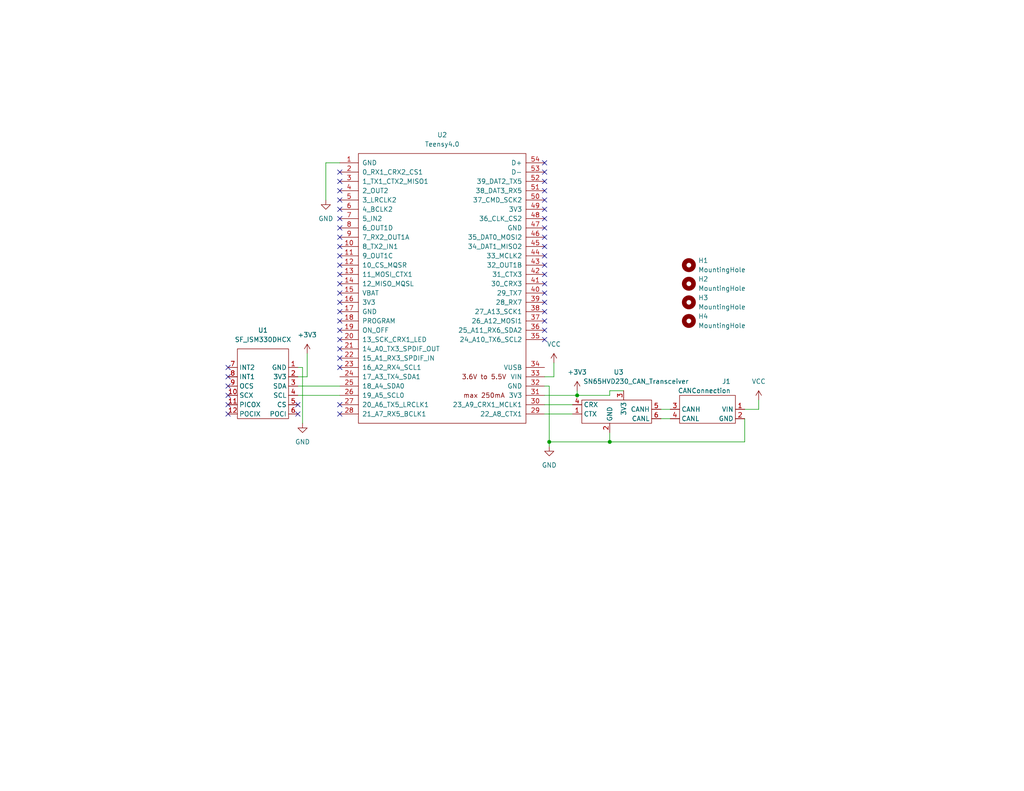
<source format=kicad_sch>
(kicad_sch (version 20211123) (generator eeschema)
  (paper "USLetter")
  (title_block (title "IMU Box") (date "2023-01-10") (rev "v1") (company "Sun Devil Motorsports - Data Acquisition"))
  (lib_symbols
    (symbol "Mechanical:MountingHole" (pin_names (offset 1.016))
      (property "Reference" "H" (at 0 5.08 0))
      (property "Value" "MountingHole" (at 0 3.175 0))
      (symbol "MountingHole_0_1"
        (circle (center 0 0) (radius 1.27) (stroke (width 1.27)))
      )
    )
    (symbol "SDM:CANConnection"
      (property "Reference" "J" (at 0 0 0))
      (property "Value" "CANConnection" (at 1.27 -2.54 0))
      (symbol "CANConnection_0_1"
        (rectangle (start -6.35 -1.27) (end 8.89 -8.89))
      )
      (symbol "CANConnection_1_1"
        (pin input line (at -8.89 -5.08 0) (length 2.54) (name "VIN") (number "1"))
        (pin input line (at -8.89 -7.62 0) (length 2.54) (name "GND") (number "2"))
        (pin input line (at 11.43 -5.08 180) (length 2.54) (name "CANH") (number "3"))
        (pin input line (at 11.43 -7.62 180) (length 2.54) (name "CANL") (number "4"))
      )
    )
    (symbol "SDM:SF_ISM330DHCX"
      (property "Reference" "U" (at 0 0 0))
      (property "Value" "SF_ISM330DHCX" (at 0 -2.54 0))
      (symbol "SF_ISM330DHCX_0_1"
        (rectangle (start -7.62 -1.27) (end 6.35 -20.32))
      )
      (symbol "SF_ISM330DHCX_1_1"
        (pin input line (at -10.16 -6.35 0) (length 2.54) (name "GND") (number "1"))
        (pin input line (at 8.89 -13.97 180) (length 2.54) (name "SCX") (number "10"))
        (pin input line (at 8.89 -16.51 180) (length 2.54) (name "PICOX") (number "11"))
        (pin input line (at 8.89 -19.05 180) (length 2.54) (name "POCIX") (number "12"))
        (pin input line (at -10.16 -8.89 0) (length 2.54) (name "3V3") (number "2"))
        (pin input line (at -10.16 -11.43 0) (length 2.54) (name "SDA") (number "3"))
        (pin input line (at -10.16 -13.97 0) (length 2.54) (name "SCL") (number "4"))
        (pin input line (at -10.16 -16.51 0) (length 2.54) (name "CS") (number "5"))
        (pin input line (at -10.16 -19.05 0) (length 2.54) (name "POCI") (number "6"))
        (pin input line (at 8.89 -6.35 180) (length 2.54) (name "INT2") (number "7"))
        (pin input line (at 8.89 -8.89 180) (length 2.54) (name "INT1") (number "8"))
        (pin input line (at 8.89 -11.43 180) (length 2.54) (name "OCS") (number "9"))
      )
    )
    (symbol "SDM:SN65HVD230_CAN_Transceiver"
      (property "Reference" "U" (at 0 2.54 0))
      (property "Value" "SN65HVD230_CAN_Transceiver" (at 13.97 0 0))
      (symbol "SN65HVD230_CAN_Transceiver_0_1"
        (rectangle (start -8.89 -6.35) (end 10.16 -12.7))
      )
      (symbol "SN65HVD230_CAN_Transceiver_1_1"
        (pin input line (at 12.7 -10.16 180) (length 2.54) (name "CTX") (number "1"))
        (pin input line (at 2.54 -15.24 90) (length 2.54) (name "GND") (number "2"))
        (pin input line (at -1.27 -3.81 270) (length 2.54) (name "3V3") (number "3"))
        (pin input line (at 12.7 -7.62 180) (length 2.54) (name "CRX") (number "4"))
        (pin input line (at -11.43 -8.89 0) (length 2.54) (name "CANH") (number "5"))
        (pin input line (at -11.43 -11.43 0) (length 2.54) (name "CANL") (number "6"))
      )
    )
    (symbol "Teensy:Teensy4.0" (pin_names (offset 1.016))
      (property "Reference" "U" (at 0 39.37 0))
      (property "Value" "Teensy4.0" (at 0 -39.37 0))
      (symbol "Teensy4.0_0_0"
        (text "3.6V to 5.5V" (at 11.43 -24.13 0) (effects (font (size 1.27 1.27))))
        (text "max 250mA" (at 11.43 -29.21 0) (effects (font (size 1.27 1.27))))
        (pin bidirectional line (at -27.94 11.43 0) (length 5.08) (name "8_TX2_IN1") (number "10"))
        (pin bidirectional line (at -27.94 8.89 0) (length 5.08) (name "9_OUT1C") (number "11"))
        (pin bidirectional line (at -27.94 6.35 0) (length 5.08) (name "10_CS_MQSR") (number "12"))
        (pin bidirectional line (at -27.94 3.81 0) (length 5.08) (name "11_MOSI_CTX1") (number "13"))
        (pin bidirectional line (at -27.94 1.27 0) (length 5.08) (name "12_MISO_MQSL") (number "14"))
        (pin power_in line (at -27.94 -1.27 0) (length 5.08) (name "VBAT") (number "15"))
        (pin power_in line (at -27.94 -3.81 0) (length 5.08) (name "3V3") (number "16"))
        (pin power_in line (at -27.94 -6.35 0) (length 5.08) (name "GND") (number "17"))
        (pin input line (at -27.94 -8.89 0) (length 5.08) (name "PROGRAM") (number "18"))
        (pin input line (at -27.94 -11.43 0) (length 5.08) (name "ON_OFF") (number "19"))
        (pin bidirectional line (at -27.94 -13.97 0) (length 5.08) (name "13_SCK_CRX1_LED") (number "20"))
        (pin bidirectional line (at -27.94 -16.51 0) (length 5.08) (name "14_A0_TX3_SPDIF_OUT") (number "21"))
        (pin bidirectional line (at -27.94 -19.05 0) (length 5.08) (name "15_A1_RX3_SPDIF_IN") (number "22"))
        (pin bidirectional line (at -27.94 -21.59 0) (length 5.08) (name "16_A2_RX4_SCL1") (number "23"))
        (pin bidirectional line (at -27.94 -24.13 0) (length 5.08) (name "17_A3_TX4_SDA1") (number "24"))
        (pin bidirectional line (at -27.94 -26.67 0) (length 5.08) (name "18_A4_SDA0") (number "25"))
        (pin bidirectional line (at -27.94 -29.21 0) (length 5.08) (name "19_A5_SCL0") (number "26"))
        (pin bidirectional line (at -27.94 -31.75 0) (length 5.08) (name "20_A6_TX5_LRCLK1") (number "27"))
        (pin bidirectional line (at -27.94 -34.29 0) (length 5.08) (name "21_A7_RX5_BCLK1") (number "28"))
        (pin bidirectional line (at 27.94 -34.29 180) (length 5.08) (name "22_A8_CTX1") (number "29"))
        (pin bidirectional line (at 27.94 -31.75 180) (length 5.08) (name "23_A9_CRX1_MCLK1") (number "30"))
        (pin power_out line (at 27.94 -29.21 180) (length 5.08) (name "3V3") (number "31"))
        (pin power_in line (at 27.94 -26.67 180) (length 5.08) (name "GND") (number "32"))
        (pin power_in line (at 27.94 -24.13 180) (length 5.08) (name "VIN") (number "33"))
        (pin power_out line (at 27.94 -21.59 180) (length 5.08) (name "VUSB") (number "34"))
        (pin bidirectional line (at 27.94 -13.97 180) (length 5.08) (name "24_A10_TX6_SCL2") (number "35"))
        (pin bidirectional line (at 27.94 -11.43 180) (length 5.08) (name "25_A11_RX6_SDA2") (number "36"))
        (pin bidirectional line (at 27.94 -8.89 180) (length 5.08) (name "26_A12_MOSI1") (number "37"))
        (pin bidirectional line (at 27.94 -6.35 180) (length 5.08) (name "27_A13_SCK1") (number "38"))
        (pin bidirectional line (at 27.94 -3.81 180) (length 5.08) (name "28_RX7") (number "39"))
        (pin bidirectional line (at 27.94 -1.27 180) (length 5.08) (name "29_TX7") (number "40"))
        (pin bidirectional line (at 27.94 1.27 180) (length 5.08) (name "30_CRX3") (number "41"))
        (pin bidirectional line (at 27.94 3.81 180) (length 5.08) (name "31_CTX3") (number "42"))
        (pin bidirectional line (at 27.94 6.35 180) (length 5.08) (name "32_OUT1B") (number "43"))
        (pin bidirectional line (at 27.94 8.89 180) (length 5.08) (name "33_MCLK2") (number "44"))
        (pin bidirectional line (at 27.94 11.43 180) (length 5.08) (name "34_DAT1_MISO2") (number "45"))
        (pin bidirectional line (at 27.94 13.97 180) (length 5.08) (name "35_DAT0_MOSI2") (number "46"))
        (pin power_out line (at 27.94 16.51 180) (length 5.08) (name "GND") (number "47"))
        (pin bidirectional line (at 27.94 19.05 180) (length 5.08) (name "36_CLK_CS2") (number "48"))
        (pin power_out line (at 27.94 21.59 180) (length 5.08) (name "3V3") (number "49"))
        (pin bidirectional line (at -27.94 24.13 0) (length 5.08) (name "3_LRCLK2") (number "5"))
        (pin bidirectional line (at 27.94 24.13 180) (length 5.08) (name "37_CMD_SCK2") (number "50"))
        (pin bidirectional line (at 27.94 26.67 180) (length 5.08) (name "38_DAT3_RX5") (number "51"))
        (pin bidirectional line (at 27.94 29.21 180) (length 5.08) (name "39_DAT2_TX5") (number "52"))
        (pin bidirectional line (at 27.94 31.75 180) (length 5.08) (name "D-") (number "53"))
        (pin bidirectional line (at 27.94 34.29 180) (length 5.08) (name "D+") (number "54"))
        (pin bidirectional line (at -27.94 21.59 0) (length 5.08) (name "4_BCLK2") (number "6"))
        (pin bidirectional line (at -27.94 19.05 0) (length 5.08) (name "5_IN2") (number "7"))
        (pin bidirectional line (at -27.94 16.51 0) (length 5.08) (name "6_OUT1D") (number "8"))
        (pin bidirectional line (at -27.94 13.97 0) (length 5.08) (name "7_RX2_OUT1A") (number "9"))
      )
      (symbol "Teensy4.0_0_1"
        (rectangle (start -22.86 36.83) (end 22.86 -36.83))
        (rectangle (start -20.32 -31.75) (end -20.32 -31.75))
      )
      (symbol "Teensy4.0_1_1"
        (pin power_in line (at -27.94 34.29 0) (length 5.08) (name "GND") (number "1"))
        (pin bidirectional line (at -27.94 31.75 0) (length 5.08) (name "0_RX1_CRX2_CS1") (number "2"))
        (pin bidirectional line (at -27.94 29.21 0) (length 5.08) (name "1_TX1_CTX2_MISO1") (number "3"))
        (pin bidirectional line (at -27.94 26.67 0) (length 5.08) (name "2_OUT2") (number "4"))
      )
    )
    (symbol "power:+3V3" (power) (pin_names (offset 0))
      (property "Value" "+3V3" (at 0 3.556 0))
      (symbol "+3V3_0_1"
        (polyline (pts (xy -0.762 1.27) (xy 0 2.54)))
        (polyline (pts (xy 0 0) (xy 0 2.54)))
        (polyline (pts (xy 0 2.54) (xy 0.762 1.27)))
      )
      (symbol "+3V3_1_1"
        (pin power_in line (at 0 0 90) (length 0) hide (name "+3V3") (number "1"))
      )
    )
    (symbol "power:GND" (power) (pin_names (offset 0))
      (property "Value" "GND" (at 0 -3.81 0))
      (symbol "GND_0_1"
        (polyline (pts (xy 0 0) (xy 0 -1.27) (xy 1.27 -1.27) (xy 0 -2.54) (xy -1.27 -1.27) (xy 0 -1.27)))
      )
      (symbol "GND_1_1"
        (pin power_in line (at 0 0 270) (length 0) hide (name "GND") (number "1"))
      )
    )
    (symbol "power:VCC" (power) (pin_names (offset 0))
      (property "Value" "VCC" (at 0 3.81 0))
      (symbol "VCC_0_1"
        (polyline (pts (xy -0.762 1.27) (xy 0 2.54)))
        (polyline (pts (xy 0 0) (xy 0 2.54)))
        (polyline (pts (xy 0 2.54) (xy 0.762 1.27)))
      )
      (symbol "VCC_1_1"
        (pin power_in line (at 0 0 90) (length 0) hide (name "VCC") (number "1"))
      )
    )
  )
  (junction (at 149.86 120.65))
  (junction (at 157.48 107.95))
  (junction (at 166.37 120.65))
  (no_connect (at 62.23 110.49))
  (no_connect (at 81.28 113.03))
  (no_connect (at 148.59 57.15))
  (no_connect (at 148.59 92.71))
  (no_connect (at 92.71 113.03))
  (no_connect (at 148.59 72.39))
  (no_connect (at 148.59 52.07))
  (no_connect (at 148.59 46.99))
  (no_connect (at 148.59 69.85))
  (no_connect (at 148.59 87.63))
  (no_connect (at 148.59 62.23))
  (no_connect (at 92.71 49.53))
  (no_connect (at 62.23 107.95))
  (no_connect (at 81.28 110.49))
  (no_connect (at 148.59 82.55))
  (no_connect (at 148.59 44.45))
  (no_connect (at 62.23 102.87))
  (no_connect (at 92.71 46.99))
  (no_connect (at 148.59 80.01))
  (no_connect (at 92.71 110.49))
  (no_connect (at 148.59 85.09))
  (no_connect (at 148.59 67.31))
  (no_connect (at 148.59 77.47))
  (no_connect (at 92.71 52.07))
  (no_connect (at 92.71 54.61))
  (no_connect (at 92.71 95.25))
  (no_connect (at 92.71 97.79))
  (no_connect (at 92.71 92.71))
  (no_connect (at 92.71 90.17))
  (no_connect (at 92.71 82.55))
  (no_connect (at 92.71 87.63))
  (no_connect (at 92.71 85.09))
  (no_connect (at 92.71 100.33))
  (no_connect (at 92.71 64.77))
  (no_connect (at 92.71 57.15))
  (no_connect (at 92.71 62.23))
  (no_connect (at 92.71 67.31))
  (no_connect (at 92.71 59.69))
  (no_connect (at 92.71 80.01))
  (no_connect (at 92.71 77.47))
  (no_connect (at 92.71 72.39))
  (no_connect (at 92.71 69.85))
  (no_connect (at 92.71 74.93))
  (no_connect (at 148.59 64.77))
  (no_connect (at 148.59 59.69))
  (no_connect (at 148.59 90.17))
  (no_connect (at 148.59 49.53))
  (no_connect (at 62.23 113.03))
  (no_connect (at 148.59 54.61))
  (no_connect (at 62.23 105.41))
  (no_connect (at 148.59 74.93))
  (no_connect (at 62.23 100.33))
  (wire (pts (xy 148.59 113.03) (xy 156.21 113.03)))
  (wire (pts (xy 157.48 107.95) (xy 166.37 107.95)))
  (wire (pts (xy 203.2 120.65) (xy 166.37 120.65)))
  (wire (pts (xy 148.59 102.87) (xy 151.13 102.87)))
  (wire (pts (xy 166.37 106.68) (xy 170.18 106.68)))
  (wire (pts (xy 81.28 100.33) (xy 82.55 100.33)))
  (wire (pts (xy 157.48 106.68) (xy 157.48 107.95)))
  (wire (pts (xy 149.86 120.65) (xy 149.86 121.92)))
  (wire (pts (xy 148.59 110.49) (xy 156.21 110.49)))
  (wire (pts (xy 81.28 105.41) (xy 92.71 105.41)))
  (wire (pts (xy 81.28 107.95) (xy 92.71 107.95)))
  (wire (pts (xy 148.59 105.41) (xy 149.86 105.41)))
  (wire (pts (xy 182.88 114.3) (xy 180.34 114.3)))
  (wire (pts (xy 92.71 44.45) (xy 88.9 44.45)))
  (wire (pts (xy 148.59 107.95) (xy 157.48 107.95)))
  (wire (pts (xy 182.88 111.76) (xy 180.34 111.76)))
  (wire (pts (xy 203.2 111.76) (xy 207.01 111.76)))
  (wire (pts (xy 207.01 111.76) (xy 207.01 109.22)))
  (wire (pts (xy 82.55 100.33) (xy 82.55 115.57)))
  (wire (pts (xy 88.9 44.45) (xy 88.9 54.61)))
  (wire (pts (xy 83.82 102.87) (xy 83.82 96.52)))
  (wire (pts (xy 166.37 118.11) (xy 166.37 120.65)))
  (wire (pts (xy 149.86 105.41) (xy 149.86 120.65)))
  (wire (pts (xy 166.37 107.95) (xy 166.37 106.68)))
  (wire (pts (xy 149.86 120.65) (xy 166.37 120.65)))
  (wire (pts (xy 151.13 102.87) (xy 151.13 99.06)))
  (wire (pts (xy 203.2 114.3) (xy 203.2 120.65)))
  (wire (pts (xy 81.28 102.87) (xy 83.82 102.87)))
  (symbol (lib_id "SDM:SN65HVD230_CAN_Transceiver") (at 168.91 102.87 0) (mirror y) (unit 1)
    (property "Reference" "U3" (at 170.18 101.6 0) (effects (justify left)))
    (property "Value" "SN65HVD230_CAN_Transceiver" (at 187.96 104.14 0) (effects (justify left)))
    (property "Footprint" "SDM:SDM_CANBoard_v1" (effects hide))
  )
  (symbol (lib_id "SDM:CANConnection") (at 194.31 106.68 0) (mirror y) (unit 1)
    (property "Reference" "J1" (at 199.39 104.14 0) (effects (justify left)))
    (property "Value" "CANConnection" (at 199.39 106.68 0) (effects (justify left)))
    (property "Footprint" "TerminalBlock_TE-Connectivity:TerminalBlock_TE_282834-4_1x04_P2.54mm_Horizontal" (effects hide))
  )
  (symbol (lib_id "SDM:SF_ISM330DHCX") (at 71.12 93.98 0) (mirror y) (unit 1)
    (property "Reference" "U1" (at 71.755 90.17 0))
    (property "Value" "SF_ISM330DHCX" (at 71.755 92.71 0))
    (property "Footprint" "SDM:SF_ISM330DHCX" (effects hide))
  )
  (symbol (lib_id "Teensy:Teensy4.0") (at 120.65 78.74 0) (unit 1)
    (property "Reference" "U2" (at 120.65 36.83 0))
    (property "Value" "Teensy4.0" (at 120.65 39.37 0))
    (property "Footprint" "Teensy:Teensy40" (effects hide))
  )
  (symbol (lib_id "Mechanical:MountingHole") (at 187.96 82.55 0) (unit 1)
    (property "Reference" "H3" (at 190.5 81.2799 0) (effects (justify left)))
    (property "Value" "MountingHole" (at 190.5 83.8199 0) (effects (justify left)))
    (property "Footprint" "MountingHole:MountingHole_3.2mm_M3" (effects hide))
  )
  (symbol (lib_id "power:+3V3") (at 157.48 106.68 0) (unit 1)
    (property "Reference" "#PWR0106" (effects hide))
    (property "Value" "+3V3" (at 157.48 101.6 0))
  )
  (symbol (lib_id "power:GND") (at 149.86 121.92 0) (unit 1)
    (property "Reference" "#PWR0105" (effects hide))
    (property "Value" "GND" (at 149.86 127 0))
  )
  (symbol (lib_id "power:+3V3") (at 83.82 96.52 0) (mirror y) (unit 1)
    (property "Reference" "#PWR0101" (effects hide))
    (property "Value" "+3V3" (at 83.82 91.44 0))
  )
  (symbol (lib_id "Mechanical:MountingHole") (at 187.96 87.63 0) (unit 1)
    (property "Reference" "H4" (at 190.5 86.3599 0) (effects (justify left)))
    (property "Value" "MountingHole" (at 190.5 88.8999 0) (effects (justify left)))
    (property "Footprint" "MountingHole:MountingHole_3.2mm_M3" (effects hide))
  )
  (symbol (lib_id "Mechanical:MountingHole") (at 187.96 72.39 0) (unit 1)
    (property "Reference" "H1" (at 190.5 71.1199 0) (effects (justify left)))
    (property "Value" "MountingHole" (at 190.5 73.6599 0) (effects (justify left)))
    (property "Footprint" "MountingHole:MountingHole_3.2mm_M3" (effects hide))
  )
  (symbol (lib_id "power:GND") (at 82.55 115.57 0) (unit 1)
    (property "Reference" "#PWR0103" (effects hide))
    (property "Value" "GND" (at 82.55 120.65 0))
  )
  (symbol (lib_id "power:VCC") (at 207.01 109.22 0) (mirror y) (unit 1)
    (property "Reference" "#PWR0104" (effects hide))
    (property "Value" "VCC" (at 207.01 104.14 0))
  )
  (symbol (lib_id "power:GND") (at 88.9 54.61 0) (unit 1)
    (property "Reference" "#PWR0102" (effects hide))
    (property "Value" "GND" (at 88.9 59.69 0))
  )
  (symbol (lib_id "power:VCC") (at 151.13 99.06 0) (unit 1)
    (property "Reference" "#PWR0107" (effects hide))
    (property "Value" "VCC" (at 151.13 93.98 0))
  )
  (symbol (lib_id "Mechanical:MountingHole") (at 187.96 77.47 0) (unit 1)
    (property "Reference" "H2" (at 190.5 76.1999 0) (effects (justify left)))
    (property "Value" "MountingHole" (at 190.5 78.7399 0) (effects (justify left)))
    (property "Footprint" "MountingHole:MountingHole_3.2mm_M3" (effects hide))
  )
)
</source>
